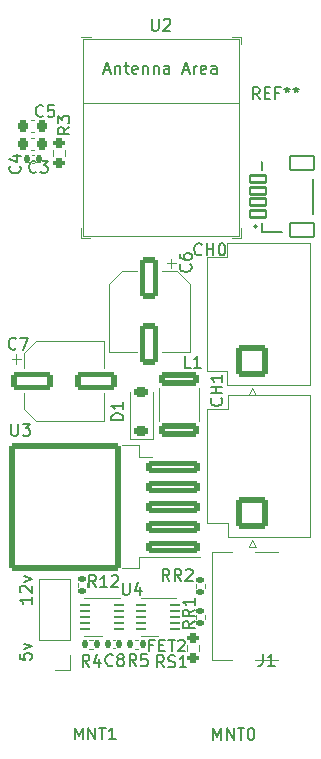
<source format=gto>
G04 #@! TF.GenerationSoftware,KiCad,Pcbnew,7.0.9+1*
G04 #@! TF.CreationDate,2024-01-15T22:22:16-05:00*
G04 #@! TF.ProjectId,2812-32-mini,32383132-2d33-4322-9d6d-696e692e6b69,rev?*
G04 #@! TF.SameCoordinates,Original*
G04 #@! TF.FileFunction,Legend,Top*
G04 #@! TF.FilePolarity,Positive*
%FSLAX46Y46*%
G04 Gerber Fmt 4.6, Leading zero omitted, Abs format (unit mm)*
G04 Created by KiCad (PCBNEW 7.0.9+1) date 2024-01-15 22:22:16*
%MOMM*%
%LPD*%
G01*
G04 APERTURE LIST*
G04 Aperture macros list*
%AMRoundRect*
0 Rectangle with rounded corners*
0 $1 Rounding radius*
0 $2 $3 $4 $5 $6 $7 $8 $9 X,Y pos of 4 corners*
0 Add a 4 corners polygon primitive as box body*
4,1,4,$2,$3,$4,$5,$6,$7,$8,$9,$2,$3,0*
0 Add four circle primitives for the rounded corners*
1,1,$1+$1,$2,$3*
1,1,$1+$1,$4,$5*
1,1,$1+$1,$6,$7*
1,1,$1+$1,$8,$9*
0 Add four rect primitives between the rounded corners*
20,1,$1+$1,$2,$3,$4,$5,0*
20,1,$1+$1,$4,$5,$6,$7,0*
20,1,$1+$1,$6,$7,$8,$9,0*
20,1,$1+$1,$8,$9,$2,$3,0*%
%AMFreePoly0*
4,1,6,0.725000,-0.725000,-0.725000,-0.725000,-0.725000,0.125000,-0.125000,0.725000,0.725000,0.725000,0.725000,-0.725000,0.725000,-0.725000,$1*%
G04 Aperture macros list end*
%ADD10C,0.150000*%
%ADD11C,0.120000*%
%ADD12C,0.203200*%
%ADD13RoundRect,0.135000X0.185000X-0.135000X0.185000X0.135000X-0.185000X0.135000X-0.185000X-0.135000X0*%
%ADD14RoundRect,0.250000X1.450000X-0.312500X1.450000X0.312500X-1.450000X0.312500X-1.450000X-0.312500X0*%
%ADD15C,5.000000*%
%ADD16R,0.800000X0.400000*%
%ADD17R,0.400000X0.800000*%
%ADD18FreePoly0,0.000000*%
%ADD19R,1.450000X1.450000*%
%ADD20R,0.700000X0.700000*%
%ADD21RoundRect,0.140000X0.140000X0.170000X-0.140000X0.170000X-0.140000X-0.170000X0.140000X-0.170000X0*%
%ADD22RoundRect,0.101600X0.675000X-0.300000X0.675000X0.300000X-0.675000X0.300000X-0.675000X-0.300000X0*%
%ADD23RoundRect,0.101600X1.000000X-0.600000X1.000000X0.600000X-1.000000X0.600000X-1.000000X-0.600000X0*%
%ADD24RoundRect,0.250000X2.050000X0.300000X-2.050000X0.300000X-2.050000X-0.300000X2.050000X-0.300000X0*%
%ADD25RoundRect,0.250002X4.449998X5.149998X-4.449998X5.149998X-4.449998X-5.149998X4.449998X-5.149998X0*%
%ADD26RoundRect,0.225000X0.225000X0.250000X-0.225000X0.250000X-0.225000X-0.250000X0.225000X-0.250000X0*%
%ADD27RoundRect,0.135000X-0.185000X0.135000X-0.185000X-0.135000X0.185000X-0.135000X0.185000X0.135000X0*%
%ADD28RoundRect,0.225000X0.375000X-0.225000X0.375000X0.225000X-0.375000X0.225000X-0.375000X-0.225000X0*%
%ADD29RoundRect,0.250001X1.099999X-1.099999X1.099999X1.099999X-1.099999X1.099999X-1.099999X-1.099999X0*%
%ADD30C,2.700000*%
%ADD31RoundRect,0.225000X-0.225000X-0.250000X0.225000X-0.250000X0.225000X0.250000X-0.225000X0.250000X0*%
%ADD32RoundRect,0.200000X0.275000X-0.200000X0.275000X0.200000X-0.275000X0.200000X-0.275000X-0.200000X0*%
%ADD33RoundRect,0.250000X-0.550000X1.500000X-0.550000X-1.500000X0.550000X-1.500000X0.550000X1.500000X0*%
%ADD34RoundRect,0.135000X0.135000X0.185000X-0.135000X0.185000X-0.135000X-0.185000X0.135000X-0.185000X0*%
%ADD35RoundRect,0.062500X0.350000X0.062500X-0.350000X0.062500X-0.350000X-0.062500X0.350000X-0.062500X0*%
%ADD36R,1.580000X2.350000*%
%ADD37C,0.650000*%
%ADD38R,1.240000X0.600000*%
%ADD39R,1.240000X0.300000*%
%ADD40O,2.100000X1.000000*%
%ADD41O,1.800000X1.000000*%
%ADD42RoundRect,0.250000X-1.500000X-0.550000X1.500000X-0.550000X1.500000X0.550000X-1.500000X0.550000X0*%
%ADD43RoundRect,0.062500X0.362500X0.062500X-0.362500X0.062500X-0.362500X-0.062500X0.362500X-0.062500X0*%
%ADD44R,1.650000X2.380000*%
%ADD45R,1.700000X1.700000*%
%ADD46O,1.700000X1.700000*%
%ADD47C,2.374900*%
%ADD48C,0.990600*%
G04 APERTURE END LIST*
D10*
X92854819Y-61866666D02*
X92378628Y-62199999D01*
X92854819Y-62438094D02*
X91854819Y-62438094D01*
X91854819Y-62438094D02*
X91854819Y-62057142D01*
X91854819Y-62057142D02*
X91902438Y-61961904D01*
X91902438Y-61961904D02*
X91950057Y-61914285D01*
X91950057Y-61914285D02*
X92045295Y-61866666D01*
X92045295Y-61866666D02*
X92188152Y-61866666D01*
X92188152Y-61866666D02*
X92283390Y-61914285D01*
X92283390Y-61914285D02*
X92331009Y-61961904D01*
X92331009Y-61961904D02*
X92378628Y-62057142D01*
X92378628Y-62057142D02*
X92378628Y-62438094D01*
X92854819Y-60866666D02*
X92378628Y-61199999D01*
X92854819Y-61438094D02*
X91854819Y-61438094D01*
X91854819Y-61438094D02*
X91854819Y-61057142D01*
X91854819Y-61057142D02*
X91902438Y-60961904D01*
X91902438Y-60961904D02*
X91950057Y-60914285D01*
X91950057Y-60914285D02*
X92045295Y-60866666D01*
X92045295Y-60866666D02*
X92188152Y-60866666D01*
X92188152Y-60866666D02*
X92283390Y-60914285D01*
X92283390Y-60914285D02*
X92331009Y-60961904D01*
X92331009Y-60961904D02*
X92378628Y-61057142D01*
X92378628Y-61057142D02*
X92378628Y-61438094D01*
X92854819Y-59914285D02*
X92854819Y-60485713D01*
X92854819Y-60199999D02*
X91854819Y-60199999D01*
X91854819Y-60199999D02*
X91997676Y-60295237D01*
X91997676Y-60295237D02*
X92092914Y-60390475D01*
X92092914Y-60390475D02*
X92140533Y-60485713D01*
X92533333Y-40404819D02*
X92057143Y-40404819D01*
X92057143Y-40404819D02*
X92057143Y-39404819D01*
X93390476Y-40404819D02*
X92819048Y-40404819D01*
X93104762Y-40404819D02*
X93104762Y-39404819D01*
X93104762Y-39404819D02*
X93009524Y-39547676D01*
X93009524Y-39547676D02*
X92914286Y-39642914D01*
X92914286Y-39642914D02*
X92819048Y-39690533D01*
X89238095Y-10854819D02*
X89238095Y-11664342D01*
X89238095Y-11664342D02*
X89285714Y-11759580D01*
X89285714Y-11759580D02*
X89333333Y-11807200D01*
X89333333Y-11807200D02*
X89428571Y-11854819D01*
X89428571Y-11854819D02*
X89619047Y-11854819D01*
X89619047Y-11854819D02*
X89714285Y-11807200D01*
X89714285Y-11807200D02*
X89761904Y-11759580D01*
X89761904Y-11759580D02*
X89809523Y-11664342D01*
X89809523Y-11664342D02*
X89809523Y-10854819D01*
X90238095Y-10950057D02*
X90285714Y-10902438D01*
X90285714Y-10902438D02*
X90380952Y-10854819D01*
X90380952Y-10854819D02*
X90619047Y-10854819D01*
X90619047Y-10854819D02*
X90714285Y-10902438D01*
X90714285Y-10902438D02*
X90761904Y-10950057D01*
X90761904Y-10950057D02*
X90809523Y-11045295D01*
X90809523Y-11045295D02*
X90809523Y-11140533D01*
X90809523Y-11140533D02*
X90761904Y-11283390D01*
X90761904Y-11283390D02*
X90190476Y-11854819D01*
X90190476Y-11854819D02*
X90809523Y-11854819D01*
X85238094Y-15219104D02*
X85714284Y-15219104D01*
X85142856Y-15504819D02*
X85476189Y-14504819D01*
X85476189Y-14504819D02*
X85809522Y-15504819D01*
X86142856Y-14838152D02*
X86142856Y-15504819D01*
X86142856Y-14933390D02*
X86190475Y-14885771D01*
X86190475Y-14885771D02*
X86285713Y-14838152D01*
X86285713Y-14838152D02*
X86428570Y-14838152D01*
X86428570Y-14838152D02*
X86523808Y-14885771D01*
X86523808Y-14885771D02*
X86571427Y-14981009D01*
X86571427Y-14981009D02*
X86571427Y-15504819D01*
X86904761Y-14838152D02*
X87285713Y-14838152D01*
X87047618Y-14504819D02*
X87047618Y-15361961D01*
X87047618Y-15361961D02*
X87095237Y-15457200D01*
X87095237Y-15457200D02*
X87190475Y-15504819D01*
X87190475Y-15504819D02*
X87285713Y-15504819D01*
X87999999Y-15457200D02*
X87904761Y-15504819D01*
X87904761Y-15504819D02*
X87714285Y-15504819D01*
X87714285Y-15504819D02*
X87619047Y-15457200D01*
X87619047Y-15457200D02*
X87571428Y-15361961D01*
X87571428Y-15361961D02*
X87571428Y-14981009D01*
X87571428Y-14981009D02*
X87619047Y-14885771D01*
X87619047Y-14885771D02*
X87714285Y-14838152D01*
X87714285Y-14838152D02*
X87904761Y-14838152D01*
X87904761Y-14838152D02*
X87999999Y-14885771D01*
X87999999Y-14885771D02*
X88047618Y-14981009D01*
X88047618Y-14981009D02*
X88047618Y-15076247D01*
X88047618Y-15076247D02*
X87571428Y-15171485D01*
X88476190Y-14838152D02*
X88476190Y-15504819D01*
X88476190Y-14933390D02*
X88523809Y-14885771D01*
X88523809Y-14885771D02*
X88619047Y-14838152D01*
X88619047Y-14838152D02*
X88761904Y-14838152D01*
X88761904Y-14838152D02*
X88857142Y-14885771D01*
X88857142Y-14885771D02*
X88904761Y-14981009D01*
X88904761Y-14981009D02*
X88904761Y-15504819D01*
X89380952Y-14838152D02*
X89380952Y-15504819D01*
X89380952Y-14933390D02*
X89428571Y-14885771D01*
X89428571Y-14885771D02*
X89523809Y-14838152D01*
X89523809Y-14838152D02*
X89666666Y-14838152D01*
X89666666Y-14838152D02*
X89761904Y-14885771D01*
X89761904Y-14885771D02*
X89809523Y-14981009D01*
X89809523Y-14981009D02*
X89809523Y-15504819D01*
X90714285Y-15504819D02*
X90714285Y-14981009D01*
X90714285Y-14981009D02*
X90666666Y-14885771D01*
X90666666Y-14885771D02*
X90571428Y-14838152D01*
X90571428Y-14838152D02*
X90380952Y-14838152D01*
X90380952Y-14838152D02*
X90285714Y-14885771D01*
X90714285Y-15457200D02*
X90619047Y-15504819D01*
X90619047Y-15504819D02*
X90380952Y-15504819D01*
X90380952Y-15504819D02*
X90285714Y-15457200D01*
X90285714Y-15457200D02*
X90238095Y-15361961D01*
X90238095Y-15361961D02*
X90238095Y-15266723D01*
X90238095Y-15266723D02*
X90285714Y-15171485D01*
X90285714Y-15171485D02*
X90380952Y-15123866D01*
X90380952Y-15123866D02*
X90619047Y-15123866D01*
X90619047Y-15123866D02*
X90714285Y-15076247D01*
X91904762Y-15219104D02*
X92380952Y-15219104D01*
X91809524Y-15504819D02*
X92142857Y-14504819D01*
X92142857Y-14504819D02*
X92476190Y-15504819D01*
X92809524Y-15504819D02*
X92809524Y-14838152D01*
X92809524Y-15028628D02*
X92857143Y-14933390D01*
X92857143Y-14933390D02*
X92904762Y-14885771D01*
X92904762Y-14885771D02*
X93000000Y-14838152D01*
X93000000Y-14838152D02*
X93095238Y-14838152D01*
X93809524Y-15457200D02*
X93714286Y-15504819D01*
X93714286Y-15504819D02*
X93523810Y-15504819D01*
X93523810Y-15504819D02*
X93428572Y-15457200D01*
X93428572Y-15457200D02*
X93380953Y-15361961D01*
X93380953Y-15361961D02*
X93380953Y-14981009D01*
X93380953Y-14981009D02*
X93428572Y-14885771D01*
X93428572Y-14885771D02*
X93523810Y-14838152D01*
X93523810Y-14838152D02*
X93714286Y-14838152D01*
X93714286Y-14838152D02*
X93809524Y-14885771D01*
X93809524Y-14885771D02*
X93857143Y-14981009D01*
X93857143Y-14981009D02*
X93857143Y-15076247D01*
X93857143Y-15076247D02*
X93380953Y-15171485D01*
X94714286Y-15504819D02*
X94714286Y-14981009D01*
X94714286Y-14981009D02*
X94666667Y-14885771D01*
X94666667Y-14885771D02*
X94571429Y-14838152D01*
X94571429Y-14838152D02*
X94380953Y-14838152D01*
X94380953Y-14838152D02*
X94285715Y-14885771D01*
X94714286Y-15457200D02*
X94619048Y-15504819D01*
X94619048Y-15504819D02*
X94380953Y-15504819D01*
X94380953Y-15504819D02*
X94285715Y-15457200D01*
X94285715Y-15457200D02*
X94238096Y-15361961D01*
X94238096Y-15361961D02*
X94238096Y-15266723D01*
X94238096Y-15266723D02*
X94285715Y-15171485D01*
X94285715Y-15171485D02*
X94380953Y-15123866D01*
X94380953Y-15123866D02*
X94619048Y-15123866D01*
X94619048Y-15123866D02*
X94714286Y-15076247D01*
X79453333Y-23789580D02*
X79405714Y-23837200D01*
X79405714Y-23837200D02*
X79262857Y-23884819D01*
X79262857Y-23884819D02*
X79167619Y-23884819D01*
X79167619Y-23884819D02*
X79024762Y-23837200D01*
X79024762Y-23837200D02*
X78929524Y-23741961D01*
X78929524Y-23741961D02*
X78881905Y-23646723D01*
X78881905Y-23646723D02*
X78834286Y-23456247D01*
X78834286Y-23456247D02*
X78834286Y-23313390D01*
X78834286Y-23313390D02*
X78881905Y-23122914D01*
X78881905Y-23122914D02*
X78929524Y-23027676D01*
X78929524Y-23027676D02*
X79024762Y-22932438D01*
X79024762Y-22932438D02*
X79167619Y-22884819D01*
X79167619Y-22884819D02*
X79262857Y-22884819D01*
X79262857Y-22884819D02*
X79405714Y-22932438D01*
X79405714Y-22932438D02*
X79453333Y-22980057D01*
X79786667Y-22884819D02*
X80405714Y-22884819D01*
X80405714Y-22884819D02*
X80072381Y-23265771D01*
X80072381Y-23265771D02*
X80215238Y-23265771D01*
X80215238Y-23265771D02*
X80310476Y-23313390D01*
X80310476Y-23313390D02*
X80358095Y-23361009D01*
X80358095Y-23361009D02*
X80405714Y-23456247D01*
X80405714Y-23456247D02*
X80405714Y-23694342D01*
X80405714Y-23694342D02*
X80358095Y-23789580D01*
X80358095Y-23789580D02*
X80310476Y-23837200D01*
X80310476Y-23837200D02*
X80215238Y-23884819D01*
X80215238Y-23884819D02*
X79929524Y-23884819D01*
X79929524Y-23884819D02*
X79834286Y-23837200D01*
X79834286Y-23837200D02*
X79786667Y-23789580D01*
X98366666Y-17654819D02*
X98033333Y-17178628D01*
X97795238Y-17654819D02*
X97795238Y-16654819D01*
X97795238Y-16654819D02*
X98176190Y-16654819D01*
X98176190Y-16654819D02*
X98271428Y-16702438D01*
X98271428Y-16702438D02*
X98319047Y-16750057D01*
X98319047Y-16750057D02*
X98366666Y-16845295D01*
X98366666Y-16845295D02*
X98366666Y-16988152D01*
X98366666Y-16988152D02*
X98319047Y-17083390D01*
X98319047Y-17083390D02*
X98271428Y-17131009D01*
X98271428Y-17131009D02*
X98176190Y-17178628D01*
X98176190Y-17178628D02*
X97795238Y-17178628D01*
X98795238Y-17131009D02*
X99128571Y-17131009D01*
X99271428Y-17654819D02*
X98795238Y-17654819D01*
X98795238Y-17654819D02*
X98795238Y-16654819D01*
X98795238Y-16654819D02*
X99271428Y-16654819D01*
X100033333Y-17131009D02*
X99700000Y-17131009D01*
X99700000Y-17654819D02*
X99700000Y-16654819D01*
X99700000Y-16654819D02*
X100176190Y-16654819D01*
X100700000Y-16654819D02*
X100700000Y-16892914D01*
X100461905Y-16797676D02*
X100700000Y-16892914D01*
X100700000Y-16892914D02*
X100938095Y-16797676D01*
X100557143Y-17083390D02*
X100700000Y-16892914D01*
X100700000Y-16892914D02*
X100842857Y-17083390D01*
X101461905Y-16654819D02*
X101461905Y-16892914D01*
X101223810Y-16797676D02*
X101461905Y-16892914D01*
X101461905Y-16892914D02*
X101700000Y-16797676D01*
X101319048Y-17083390D02*
X101461905Y-16892914D01*
X101461905Y-16892914D02*
X101604762Y-17083390D01*
X82705714Y-71854819D02*
X82705714Y-70854819D01*
X82705714Y-70854819D02*
X83039047Y-71569104D01*
X83039047Y-71569104D02*
X83372380Y-70854819D01*
X83372380Y-70854819D02*
X83372380Y-71854819D01*
X83848571Y-71854819D02*
X83848571Y-70854819D01*
X83848571Y-70854819D02*
X84419999Y-71854819D01*
X84419999Y-71854819D02*
X84419999Y-70854819D01*
X84753333Y-70854819D02*
X85324761Y-70854819D01*
X85039047Y-71854819D02*
X85039047Y-70854819D01*
X86181904Y-71854819D02*
X85610476Y-71854819D01*
X85896190Y-71854819D02*
X85896190Y-70854819D01*
X85896190Y-70854819D02*
X85800952Y-70997676D01*
X85800952Y-70997676D02*
X85705714Y-71092914D01*
X85705714Y-71092914D02*
X85610476Y-71140533D01*
X77338095Y-45154819D02*
X77338095Y-45964342D01*
X77338095Y-45964342D02*
X77385714Y-46059580D01*
X77385714Y-46059580D02*
X77433333Y-46107200D01*
X77433333Y-46107200D02*
X77528571Y-46154819D01*
X77528571Y-46154819D02*
X77719047Y-46154819D01*
X77719047Y-46154819D02*
X77814285Y-46107200D01*
X77814285Y-46107200D02*
X77861904Y-46059580D01*
X77861904Y-46059580D02*
X77909523Y-45964342D01*
X77909523Y-45964342D02*
X77909523Y-45154819D01*
X78290476Y-45154819D02*
X78909523Y-45154819D01*
X78909523Y-45154819D02*
X78576190Y-45535771D01*
X78576190Y-45535771D02*
X78719047Y-45535771D01*
X78719047Y-45535771D02*
X78814285Y-45583390D01*
X78814285Y-45583390D02*
X78861904Y-45631009D01*
X78861904Y-45631009D02*
X78909523Y-45726247D01*
X78909523Y-45726247D02*
X78909523Y-45964342D01*
X78909523Y-45964342D02*
X78861904Y-46059580D01*
X78861904Y-46059580D02*
X78814285Y-46107200D01*
X78814285Y-46107200D02*
X78719047Y-46154819D01*
X78719047Y-46154819D02*
X78433333Y-46154819D01*
X78433333Y-46154819D02*
X78338095Y-46107200D01*
X78338095Y-46107200D02*
X78290476Y-46059580D01*
X78059580Y-23316666D02*
X78107200Y-23364285D01*
X78107200Y-23364285D02*
X78154819Y-23507142D01*
X78154819Y-23507142D02*
X78154819Y-23602380D01*
X78154819Y-23602380D02*
X78107200Y-23745237D01*
X78107200Y-23745237D02*
X78011961Y-23840475D01*
X78011961Y-23840475D02*
X77916723Y-23888094D01*
X77916723Y-23888094D02*
X77726247Y-23935713D01*
X77726247Y-23935713D02*
X77583390Y-23935713D01*
X77583390Y-23935713D02*
X77392914Y-23888094D01*
X77392914Y-23888094D02*
X77297676Y-23840475D01*
X77297676Y-23840475D02*
X77202438Y-23745237D01*
X77202438Y-23745237D02*
X77154819Y-23602380D01*
X77154819Y-23602380D02*
X77154819Y-23507142D01*
X77154819Y-23507142D02*
X77202438Y-23364285D01*
X77202438Y-23364285D02*
X77250057Y-23316666D01*
X77488152Y-22459523D02*
X78154819Y-22459523D01*
X77107200Y-22697618D02*
X77821485Y-22935713D01*
X77821485Y-22935713D02*
X77821485Y-22316666D01*
X84507142Y-58954819D02*
X84173809Y-58478628D01*
X83935714Y-58954819D02*
X83935714Y-57954819D01*
X83935714Y-57954819D02*
X84316666Y-57954819D01*
X84316666Y-57954819D02*
X84411904Y-58002438D01*
X84411904Y-58002438D02*
X84459523Y-58050057D01*
X84459523Y-58050057D02*
X84507142Y-58145295D01*
X84507142Y-58145295D02*
X84507142Y-58288152D01*
X84507142Y-58288152D02*
X84459523Y-58383390D01*
X84459523Y-58383390D02*
X84411904Y-58431009D01*
X84411904Y-58431009D02*
X84316666Y-58478628D01*
X84316666Y-58478628D02*
X83935714Y-58478628D01*
X85459523Y-58954819D02*
X84888095Y-58954819D01*
X85173809Y-58954819D02*
X85173809Y-57954819D01*
X85173809Y-57954819D02*
X85078571Y-58097676D01*
X85078571Y-58097676D02*
X84983333Y-58192914D01*
X84983333Y-58192914D02*
X84888095Y-58240533D01*
X85840476Y-58050057D02*
X85888095Y-58002438D01*
X85888095Y-58002438D02*
X85983333Y-57954819D01*
X85983333Y-57954819D02*
X86221428Y-57954819D01*
X86221428Y-57954819D02*
X86316666Y-58002438D01*
X86316666Y-58002438D02*
X86364285Y-58050057D01*
X86364285Y-58050057D02*
X86411904Y-58145295D01*
X86411904Y-58145295D02*
X86411904Y-58240533D01*
X86411904Y-58240533D02*
X86364285Y-58383390D01*
X86364285Y-58383390D02*
X85792857Y-58954819D01*
X85792857Y-58954819D02*
X86411904Y-58954819D01*
X86814819Y-44838094D02*
X85814819Y-44838094D01*
X85814819Y-44838094D02*
X85814819Y-44599999D01*
X85814819Y-44599999D02*
X85862438Y-44457142D01*
X85862438Y-44457142D02*
X85957676Y-44361904D01*
X85957676Y-44361904D02*
X86052914Y-44314285D01*
X86052914Y-44314285D02*
X86243390Y-44266666D01*
X86243390Y-44266666D02*
X86386247Y-44266666D01*
X86386247Y-44266666D02*
X86576723Y-44314285D01*
X86576723Y-44314285D02*
X86671961Y-44361904D01*
X86671961Y-44361904D02*
X86767200Y-44457142D01*
X86767200Y-44457142D02*
X86814819Y-44599999D01*
X86814819Y-44599999D02*
X86814819Y-44838094D01*
X86814819Y-43314285D02*
X86814819Y-43885713D01*
X86814819Y-43599999D02*
X85814819Y-43599999D01*
X85814819Y-43599999D02*
X85957676Y-43695237D01*
X85957676Y-43695237D02*
X86052914Y-43790475D01*
X86052914Y-43790475D02*
X86100533Y-43885713D01*
X93459523Y-30769580D02*
X93411904Y-30817200D01*
X93411904Y-30817200D02*
X93269047Y-30864819D01*
X93269047Y-30864819D02*
X93173809Y-30864819D01*
X93173809Y-30864819D02*
X93030952Y-30817200D01*
X93030952Y-30817200D02*
X92935714Y-30721961D01*
X92935714Y-30721961D02*
X92888095Y-30626723D01*
X92888095Y-30626723D02*
X92840476Y-30436247D01*
X92840476Y-30436247D02*
X92840476Y-30293390D01*
X92840476Y-30293390D02*
X92888095Y-30102914D01*
X92888095Y-30102914D02*
X92935714Y-30007676D01*
X92935714Y-30007676D02*
X93030952Y-29912438D01*
X93030952Y-29912438D02*
X93173809Y-29864819D01*
X93173809Y-29864819D02*
X93269047Y-29864819D01*
X93269047Y-29864819D02*
X93411904Y-29912438D01*
X93411904Y-29912438D02*
X93459523Y-29960057D01*
X93888095Y-30864819D02*
X93888095Y-29864819D01*
X93888095Y-30341009D02*
X94459523Y-30341009D01*
X94459523Y-30864819D02*
X94459523Y-29864819D01*
X95126190Y-29864819D02*
X95221428Y-29864819D01*
X95221428Y-29864819D02*
X95316666Y-29912438D01*
X95316666Y-29912438D02*
X95364285Y-29960057D01*
X95364285Y-29960057D02*
X95411904Y-30055295D01*
X95411904Y-30055295D02*
X95459523Y-30245771D01*
X95459523Y-30245771D02*
X95459523Y-30483866D01*
X95459523Y-30483866D02*
X95411904Y-30674342D01*
X95411904Y-30674342D02*
X95364285Y-30769580D01*
X95364285Y-30769580D02*
X95316666Y-30817200D01*
X95316666Y-30817200D02*
X95221428Y-30864819D01*
X95221428Y-30864819D02*
X95126190Y-30864819D01*
X95126190Y-30864819D02*
X95030952Y-30817200D01*
X95030952Y-30817200D02*
X94983333Y-30769580D01*
X94983333Y-30769580D02*
X94935714Y-30674342D01*
X94935714Y-30674342D02*
X94888095Y-30483866D01*
X94888095Y-30483866D02*
X94888095Y-30245771D01*
X94888095Y-30245771D02*
X94935714Y-30055295D01*
X94935714Y-30055295D02*
X94983333Y-29960057D01*
X94983333Y-29960057D02*
X95030952Y-29912438D01*
X95030952Y-29912438D02*
X95126190Y-29864819D01*
X80033333Y-19059580D02*
X79985714Y-19107200D01*
X79985714Y-19107200D02*
X79842857Y-19154819D01*
X79842857Y-19154819D02*
X79747619Y-19154819D01*
X79747619Y-19154819D02*
X79604762Y-19107200D01*
X79604762Y-19107200D02*
X79509524Y-19011961D01*
X79509524Y-19011961D02*
X79461905Y-18916723D01*
X79461905Y-18916723D02*
X79414286Y-18726247D01*
X79414286Y-18726247D02*
X79414286Y-18583390D01*
X79414286Y-18583390D02*
X79461905Y-18392914D01*
X79461905Y-18392914D02*
X79509524Y-18297676D01*
X79509524Y-18297676D02*
X79604762Y-18202438D01*
X79604762Y-18202438D02*
X79747619Y-18154819D01*
X79747619Y-18154819D02*
X79842857Y-18154819D01*
X79842857Y-18154819D02*
X79985714Y-18202438D01*
X79985714Y-18202438D02*
X80033333Y-18250057D01*
X80938095Y-18154819D02*
X80461905Y-18154819D01*
X80461905Y-18154819D02*
X80414286Y-18631009D01*
X80414286Y-18631009D02*
X80461905Y-18583390D01*
X80461905Y-18583390D02*
X80557143Y-18535771D01*
X80557143Y-18535771D02*
X80795238Y-18535771D01*
X80795238Y-18535771D02*
X80890476Y-18583390D01*
X80890476Y-18583390D02*
X80938095Y-18631009D01*
X80938095Y-18631009D02*
X80985714Y-18726247D01*
X80985714Y-18726247D02*
X80985714Y-18964342D01*
X80985714Y-18964342D02*
X80938095Y-19059580D01*
X80938095Y-19059580D02*
X80890476Y-19107200D01*
X80890476Y-19107200D02*
X80795238Y-19154819D01*
X80795238Y-19154819D02*
X80557143Y-19154819D01*
X80557143Y-19154819D02*
X80461905Y-19107200D01*
X80461905Y-19107200D02*
X80414286Y-19059580D01*
X90257142Y-65754819D02*
X89923809Y-65278628D01*
X89685714Y-65754819D02*
X89685714Y-64754819D01*
X89685714Y-64754819D02*
X90066666Y-64754819D01*
X90066666Y-64754819D02*
X90161904Y-64802438D01*
X90161904Y-64802438D02*
X90209523Y-64850057D01*
X90209523Y-64850057D02*
X90257142Y-64945295D01*
X90257142Y-64945295D02*
X90257142Y-65088152D01*
X90257142Y-65088152D02*
X90209523Y-65183390D01*
X90209523Y-65183390D02*
X90161904Y-65231009D01*
X90161904Y-65231009D02*
X90066666Y-65278628D01*
X90066666Y-65278628D02*
X89685714Y-65278628D01*
X90638095Y-65707200D02*
X90780952Y-65754819D01*
X90780952Y-65754819D02*
X91019047Y-65754819D01*
X91019047Y-65754819D02*
X91114285Y-65707200D01*
X91114285Y-65707200D02*
X91161904Y-65659580D01*
X91161904Y-65659580D02*
X91209523Y-65564342D01*
X91209523Y-65564342D02*
X91209523Y-65469104D01*
X91209523Y-65469104D02*
X91161904Y-65373866D01*
X91161904Y-65373866D02*
X91114285Y-65326247D01*
X91114285Y-65326247D02*
X91019047Y-65278628D01*
X91019047Y-65278628D02*
X90828571Y-65231009D01*
X90828571Y-65231009D02*
X90733333Y-65183390D01*
X90733333Y-65183390D02*
X90685714Y-65135771D01*
X90685714Y-65135771D02*
X90638095Y-65040533D01*
X90638095Y-65040533D02*
X90638095Y-64945295D01*
X90638095Y-64945295D02*
X90685714Y-64850057D01*
X90685714Y-64850057D02*
X90733333Y-64802438D01*
X90733333Y-64802438D02*
X90828571Y-64754819D01*
X90828571Y-64754819D02*
X91066666Y-64754819D01*
X91066666Y-64754819D02*
X91209523Y-64802438D01*
X92161904Y-65754819D02*
X91590476Y-65754819D01*
X91876190Y-65754819D02*
X91876190Y-64754819D01*
X91876190Y-64754819D02*
X91780952Y-64897676D01*
X91780952Y-64897676D02*
X91685714Y-64992914D01*
X91685714Y-64992914D02*
X91590476Y-65040533D01*
X90733333Y-58454819D02*
X90400000Y-57978628D01*
X90161905Y-58454819D02*
X90161905Y-57454819D01*
X90161905Y-57454819D02*
X90542857Y-57454819D01*
X90542857Y-57454819D02*
X90638095Y-57502438D01*
X90638095Y-57502438D02*
X90685714Y-57550057D01*
X90685714Y-57550057D02*
X90733333Y-57645295D01*
X90733333Y-57645295D02*
X90733333Y-57788152D01*
X90733333Y-57788152D02*
X90685714Y-57883390D01*
X90685714Y-57883390D02*
X90638095Y-57931009D01*
X90638095Y-57931009D02*
X90542857Y-57978628D01*
X90542857Y-57978628D02*
X90161905Y-57978628D01*
X91733333Y-58454819D02*
X91400000Y-57978628D01*
X91161905Y-58454819D02*
X91161905Y-57454819D01*
X91161905Y-57454819D02*
X91542857Y-57454819D01*
X91542857Y-57454819D02*
X91638095Y-57502438D01*
X91638095Y-57502438D02*
X91685714Y-57550057D01*
X91685714Y-57550057D02*
X91733333Y-57645295D01*
X91733333Y-57645295D02*
X91733333Y-57788152D01*
X91733333Y-57788152D02*
X91685714Y-57883390D01*
X91685714Y-57883390D02*
X91638095Y-57931009D01*
X91638095Y-57931009D02*
X91542857Y-57978628D01*
X91542857Y-57978628D02*
X91161905Y-57978628D01*
X92114286Y-57550057D02*
X92161905Y-57502438D01*
X92161905Y-57502438D02*
X92257143Y-57454819D01*
X92257143Y-57454819D02*
X92495238Y-57454819D01*
X92495238Y-57454819D02*
X92590476Y-57502438D01*
X92590476Y-57502438D02*
X92638095Y-57550057D01*
X92638095Y-57550057D02*
X92685714Y-57645295D01*
X92685714Y-57645295D02*
X92685714Y-57740533D01*
X92685714Y-57740533D02*
X92638095Y-57883390D01*
X92638095Y-57883390D02*
X92066667Y-58454819D01*
X92066667Y-58454819D02*
X92685714Y-58454819D01*
X92509580Y-31641666D02*
X92557200Y-31689285D01*
X92557200Y-31689285D02*
X92604819Y-31832142D01*
X92604819Y-31832142D02*
X92604819Y-31927380D01*
X92604819Y-31927380D02*
X92557200Y-32070237D01*
X92557200Y-32070237D02*
X92461961Y-32165475D01*
X92461961Y-32165475D02*
X92366723Y-32213094D01*
X92366723Y-32213094D02*
X92176247Y-32260713D01*
X92176247Y-32260713D02*
X92033390Y-32260713D01*
X92033390Y-32260713D02*
X91842914Y-32213094D01*
X91842914Y-32213094D02*
X91747676Y-32165475D01*
X91747676Y-32165475D02*
X91652438Y-32070237D01*
X91652438Y-32070237D02*
X91604819Y-31927380D01*
X91604819Y-31927380D02*
X91604819Y-31832142D01*
X91604819Y-31832142D02*
X91652438Y-31689285D01*
X91652438Y-31689285D02*
X91700057Y-31641666D01*
X91604819Y-30784523D02*
X91604819Y-30974999D01*
X91604819Y-30974999D02*
X91652438Y-31070237D01*
X91652438Y-31070237D02*
X91700057Y-31117856D01*
X91700057Y-31117856D02*
X91842914Y-31213094D01*
X91842914Y-31213094D02*
X92033390Y-31260713D01*
X92033390Y-31260713D02*
X92414342Y-31260713D01*
X92414342Y-31260713D02*
X92509580Y-31213094D01*
X92509580Y-31213094D02*
X92557200Y-31165475D01*
X92557200Y-31165475D02*
X92604819Y-31070237D01*
X92604819Y-31070237D02*
X92604819Y-30879761D01*
X92604819Y-30879761D02*
X92557200Y-30784523D01*
X92557200Y-30784523D02*
X92509580Y-30736904D01*
X92509580Y-30736904D02*
X92414342Y-30689285D01*
X92414342Y-30689285D02*
X92176247Y-30689285D01*
X92176247Y-30689285D02*
X92081009Y-30736904D01*
X92081009Y-30736904D02*
X92033390Y-30784523D01*
X92033390Y-30784523D02*
X91985771Y-30879761D01*
X91985771Y-30879761D02*
X91985771Y-31070237D01*
X91985771Y-31070237D02*
X92033390Y-31165475D01*
X92033390Y-31165475D02*
X92081009Y-31213094D01*
X92081009Y-31213094D02*
X92176247Y-31260713D01*
X87933333Y-65654819D02*
X87600000Y-65178628D01*
X87361905Y-65654819D02*
X87361905Y-64654819D01*
X87361905Y-64654819D02*
X87742857Y-64654819D01*
X87742857Y-64654819D02*
X87838095Y-64702438D01*
X87838095Y-64702438D02*
X87885714Y-64750057D01*
X87885714Y-64750057D02*
X87933333Y-64845295D01*
X87933333Y-64845295D02*
X87933333Y-64988152D01*
X87933333Y-64988152D02*
X87885714Y-65083390D01*
X87885714Y-65083390D02*
X87838095Y-65131009D01*
X87838095Y-65131009D02*
X87742857Y-65178628D01*
X87742857Y-65178628D02*
X87361905Y-65178628D01*
X88838095Y-64654819D02*
X88361905Y-64654819D01*
X88361905Y-64654819D02*
X88314286Y-65131009D01*
X88314286Y-65131009D02*
X88361905Y-65083390D01*
X88361905Y-65083390D02*
X88457143Y-65035771D01*
X88457143Y-65035771D02*
X88695238Y-65035771D01*
X88695238Y-65035771D02*
X88790476Y-65083390D01*
X88790476Y-65083390D02*
X88838095Y-65131009D01*
X88838095Y-65131009D02*
X88885714Y-65226247D01*
X88885714Y-65226247D02*
X88885714Y-65464342D01*
X88885714Y-65464342D02*
X88838095Y-65559580D01*
X88838095Y-65559580D02*
X88790476Y-65607200D01*
X88790476Y-65607200D02*
X88695238Y-65654819D01*
X88695238Y-65654819D02*
X88457143Y-65654819D01*
X88457143Y-65654819D02*
X88361905Y-65607200D01*
X88361905Y-65607200D02*
X88314286Y-65559580D01*
X95119580Y-42990476D02*
X95167200Y-43038095D01*
X95167200Y-43038095D02*
X95214819Y-43180952D01*
X95214819Y-43180952D02*
X95214819Y-43276190D01*
X95214819Y-43276190D02*
X95167200Y-43419047D01*
X95167200Y-43419047D02*
X95071961Y-43514285D01*
X95071961Y-43514285D02*
X94976723Y-43561904D01*
X94976723Y-43561904D02*
X94786247Y-43609523D01*
X94786247Y-43609523D02*
X94643390Y-43609523D01*
X94643390Y-43609523D02*
X94452914Y-43561904D01*
X94452914Y-43561904D02*
X94357676Y-43514285D01*
X94357676Y-43514285D02*
X94262438Y-43419047D01*
X94262438Y-43419047D02*
X94214819Y-43276190D01*
X94214819Y-43276190D02*
X94214819Y-43180952D01*
X94214819Y-43180952D02*
X94262438Y-43038095D01*
X94262438Y-43038095D02*
X94310057Y-42990476D01*
X95214819Y-42561904D02*
X94214819Y-42561904D01*
X94691009Y-42561904D02*
X94691009Y-41990476D01*
X95214819Y-41990476D02*
X94214819Y-41990476D01*
X95214819Y-40990476D02*
X95214819Y-41561904D01*
X95214819Y-41276190D02*
X94214819Y-41276190D01*
X94214819Y-41276190D02*
X94357676Y-41371428D01*
X94357676Y-41371428D02*
X94452914Y-41466666D01*
X94452914Y-41466666D02*
X94500533Y-41561904D01*
X89333333Y-63881009D02*
X89000000Y-63881009D01*
X89000000Y-64404819D02*
X89000000Y-63404819D01*
X89000000Y-63404819D02*
X89476190Y-63404819D01*
X89857143Y-63881009D02*
X90190476Y-63881009D01*
X90333333Y-64404819D02*
X89857143Y-64404819D01*
X89857143Y-64404819D02*
X89857143Y-63404819D01*
X89857143Y-63404819D02*
X90333333Y-63404819D01*
X90619048Y-63404819D02*
X91190476Y-63404819D01*
X90904762Y-64404819D02*
X90904762Y-63404819D01*
X91476191Y-63500057D02*
X91523810Y-63452438D01*
X91523810Y-63452438D02*
X91619048Y-63404819D01*
X91619048Y-63404819D02*
X91857143Y-63404819D01*
X91857143Y-63404819D02*
X91952381Y-63452438D01*
X91952381Y-63452438D02*
X92000000Y-63500057D01*
X92000000Y-63500057D02*
X92047619Y-63595295D01*
X92047619Y-63595295D02*
X92047619Y-63690533D01*
X92047619Y-63690533D02*
X92000000Y-63833390D01*
X92000000Y-63833390D02*
X91428572Y-64404819D01*
X91428572Y-64404819D02*
X92047619Y-64404819D01*
X85933333Y-65559580D02*
X85885714Y-65607200D01*
X85885714Y-65607200D02*
X85742857Y-65654819D01*
X85742857Y-65654819D02*
X85647619Y-65654819D01*
X85647619Y-65654819D02*
X85504762Y-65607200D01*
X85504762Y-65607200D02*
X85409524Y-65511961D01*
X85409524Y-65511961D02*
X85361905Y-65416723D01*
X85361905Y-65416723D02*
X85314286Y-65226247D01*
X85314286Y-65226247D02*
X85314286Y-65083390D01*
X85314286Y-65083390D02*
X85361905Y-64892914D01*
X85361905Y-64892914D02*
X85409524Y-64797676D01*
X85409524Y-64797676D02*
X85504762Y-64702438D01*
X85504762Y-64702438D02*
X85647619Y-64654819D01*
X85647619Y-64654819D02*
X85742857Y-64654819D01*
X85742857Y-64654819D02*
X85885714Y-64702438D01*
X85885714Y-64702438D02*
X85933333Y-64750057D01*
X86504762Y-65083390D02*
X86409524Y-65035771D01*
X86409524Y-65035771D02*
X86361905Y-64988152D01*
X86361905Y-64988152D02*
X86314286Y-64892914D01*
X86314286Y-64892914D02*
X86314286Y-64845295D01*
X86314286Y-64845295D02*
X86361905Y-64750057D01*
X86361905Y-64750057D02*
X86409524Y-64702438D01*
X86409524Y-64702438D02*
X86504762Y-64654819D01*
X86504762Y-64654819D02*
X86695238Y-64654819D01*
X86695238Y-64654819D02*
X86790476Y-64702438D01*
X86790476Y-64702438D02*
X86838095Y-64750057D01*
X86838095Y-64750057D02*
X86885714Y-64845295D01*
X86885714Y-64845295D02*
X86885714Y-64892914D01*
X86885714Y-64892914D02*
X86838095Y-64988152D01*
X86838095Y-64988152D02*
X86790476Y-65035771D01*
X86790476Y-65035771D02*
X86695238Y-65083390D01*
X86695238Y-65083390D02*
X86504762Y-65083390D01*
X86504762Y-65083390D02*
X86409524Y-65131009D01*
X86409524Y-65131009D02*
X86361905Y-65178628D01*
X86361905Y-65178628D02*
X86314286Y-65273866D01*
X86314286Y-65273866D02*
X86314286Y-65464342D01*
X86314286Y-65464342D02*
X86361905Y-65559580D01*
X86361905Y-65559580D02*
X86409524Y-65607200D01*
X86409524Y-65607200D02*
X86504762Y-65654819D01*
X86504762Y-65654819D02*
X86695238Y-65654819D01*
X86695238Y-65654819D02*
X86790476Y-65607200D01*
X86790476Y-65607200D02*
X86838095Y-65559580D01*
X86838095Y-65559580D02*
X86885714Y-65464342D01*
X86885714Y-65464342D02*
X86885714Y-65273866D01*
X86885714Y-65273866D02*
X86838095Y-65178628D01*
X86838095Y-65178628D02*
X86790476Y-65131009D01*
X86790476Y-65131009D02*
X86695238Y-65083390D01*
X98641666Y-64634819D02*
X98641666Y-65349104D01*
X98641666Y-65349104D02*
X98594047Y-65491961D01*
X98594047Y-65491961D02*
X98498809Y-65587200D01*
X98498809Y-65587200D02*
X98355952Y-65634819D01*
X98355952Y-65634819D02*
X98260714Y-65634819D01*
X99641666Y-65634819D02*
X99070238Y-65634819D01*
X99355952Y-65634819D02*
X99355952Y-64634819D01*
X99355952Y-64634819D02*
X99260714Y-64777676D01*
X99260714Y-64777676D02*
X99165476Y-64872914D01*
X99165476Y-64872914D02*
X99070238Y-64920533D01*
X82254819Y-20016666D02*
X81778628Y-20349999D01*
X82254819Y-20588094D02*
X81254819Y-20588094D01*
X81254819Y-20588094D02*
X81254819Y-20207142D01*
X81254819Y-20207142D02*
X81302438Y-20111904D01*
X81302438Y-20111904D02*
X81350057Y-20064285D01*
X81350057Y-20064285D02*
X81445295Y-20016666D01*
X81445295Y-20016666D02*
X81588152Y-20016666D01*
X81588152Y-20016666D02*
X81683390Y-20064285D01*
X81683390Y-20064285D02*
X81731009Y-20111904D01*
X81731009Y-20111904D02*
X81778628Y-20207142D01*
X81778628Y-20207142D02*
X81778628Y-20588094D01*
X81254819Y-19683332D02*
X81254819Y-19064285D01*
X81254819Y-19064285D02*
X81635771Y-19397618D01*
X81635771Y-19397618D02*
X81635771Y-19254761D01*
X81635771Y-19254761D02*
X81683390Y-19159523D01*
X81683390Y-19159523D02*
X81731009Y-19111904D01*
X81731009Y-19111904D02*
X81826247Y-19064285D01*
X81826247Y-19064285D02*
X82064342Y-19064285D01*
X82064342Y-19064285D02*
X82159580Y-19111904D01*
X82159580Y-19111904D02*
X82207200Y-19159523D01*
X82207200Y-19159523D02*
X82254819Y-19254761D01*
X82254819Y-19254761D02*
X82254819Y-19540475D01*
X82254819Y-19540475D02*
X82207200Y-19635713D01*
X82207200Y-19635713D02*
X82159580Y-19683332D01*
X94445714Y-71914819D02*
X94445714Y-70914819D01*
X94445714Y-70914819D02*
X94779047Y-71629104D01*
X94779047Y-71629104D02*
X95112380Y-70914819D01*
X95112380Y-70914819D02*
X95112380Y-71914819D01*
X95588571Y-71914819D02*
X95588571Y-70914819D01*
X95588571Y-70914819D02*
X96159999Y-71914819D01*
X96159999Y-71914819D02*
X96159999Y-70914819D01*
X96493333Y-70914819D02*
X97064761Y-70914819D01*
X96779047Y-71914819D02*
X96779047Y-70914819D01*
X97588571Y-70914819D02*
X97683809Y-70914819D01*
X97683809Y-70914819D02*
X97779047Y-70962438D01*
X97779047Y-70962438D02*
X97826666Y-71010057D01*
X97826666Y-71010057D02*
X97874285Y-71105295D01*
X97874285Y-71105295D02*
X97921904Y-71295771D01*
X97921904Y-71295771D02*
X97921904Y-71533866D01*
X97921904Y-71533866D02*
X97874285Y-71724342D01*
X97874285Y-71724342D02*
X97826666Y-71819580D01*
X97826666Y-71819580D02*
X97779047Y-71867200D01*
X97779047Y-71867200D02*
X97683809Y-71914819D01*
X97683809Y-71914819D02*
X97588571Y-71914819D01*
X97588571Y-71914819D02*
X97493333Y-71867200D01*
X97493333Y-71867200D02*
X97445714Y-71819580D01*
X97445714Y-71819580D02*
X97398095Y-71724342D01*
X97398095Y-71724342D02*
X97350476Y-71533866D01*
X97350476Y-71533866D02*
X97350476Y-71295771D01*
X97350476Y-71295771D02*
X97398095Y-71105295D01*
X97398095Y-71105295D02*
X97445714Y-71010057D01*
X97445714Y-71010057D02*
X97493333Y-70962438D01*
X97493333Y-70962438D02*
X97588571Y-70914819D01*
X77733333Y-38759580D02*
X77685714Y-38807200D01*
X77685714Y-38807200D02*
X77542857Y-38854819D01*
X77542857Y-38854819D02*
X77447619Y-38854819D01*
X77447619Y-38854819D02*
X77304762Y-38807200D01*
X77304762Y-38807200D02*
X77209524Y-38711961D01*
X77209524Y-38711961D02*
X77161905Y-38616723D01*
X77161905Y-38616723D02*
X77114286Y-38426247D01*
X77114286Y-38426247D02*
X77114286Y-38283390D01*
X77114286Y-38283390D02*
X77161905Y-38092914D01*
X77161905Y-38092914D02*
X77209524Y-37997676D01*
X77209524Y-37997676D02*
X77304762Y-37902438D01*
X77304762Y-37902438D02*
X77447619Y-37854819D01*
X77447619Y-37854819D02*
X77542857Y-37854819D01*
X77542857Y-37854819D02*
X77685714Y-37902438D01*
X77685714Y-37902438D02*
X77733333Y-37950057D01*
X78066667Y-37854819D02*
X78733333Y-37854819D01*
X78733333Y-37854819D02*
X78304762Y-38854819D01*
X86788095Y-58604819D02*
X86788095Y-59414342D01*
X86788095Y-59414342D02*
X86835714Y-59509580D01*
X86835714Y-59509580D02*
X86883333Y-59557200D01*
X86883333Y-59557200D02*
X86978571Y-59604819D01*
X86978571Y-59604819D02*
X87169047Y-59604819D01*
X87169047Y-59604819D02*
X87264285Y-59557200D01*
X87264285Y-59557200D02*
X87311904Y-59509580D01*
X87311904Y-59509580D02*
X87359523Y-59414342D01*
X87359523Y-59414342D02*
X87359523Y-58604819D01*
X88264285Y-58938152D02*
X88264285Y-59604819D01*
X88026190Y-58557200D02*
X87788095Y-59271485D01*
X87788095Y-59271485D02*
X88407142Y-59271485D01*
X78054819Y-64600000D02*
X78054819Y-65076190D01*
X78054819Y-65076190D02*
X78531009Y-65123809D01*
X78531009Y-65123809D02*
X78483390Y-65076190D01*
X78483390Y-65076190D02*
X78435771Y-64980952D01*
X78435771Y-64980952D02*
X78435771Y-64742857D01*
X78435771Y-64742857D02*
X78483390Y-64647619D01*
X78483390Y-64647619D02*
X78531009Y-64600000D01*
X78531009Y-64600000D02*
X78626247Y-64552381D01*
X78626247Y-64552381D02*
X78864342Y-64552381D01*
X78864342Y-64552381D02*
X78959580Y-64600000D01*
X78959580Y-64600000D02*
X79007200Y-64647619D01*
X79007200Y-64647619D02*
X79054819Y-64742857D01*
X79054819Y-64742857D02*
X79054819Y-64980952D01*
X79054819Y-64980952D02*
X79007200Y-65076190D01*
X79007200Y-65076190D02*
X78959580Y-65123809D01*
X78388152Y-64219047D02*
X79054819Y-63980952D01*
X79054819Y-63980952D02*
X78388152Y-63742857D01*
X79054819Y-59790475D02*
X79054819Y-60361903D01*
X79054819Y-60076189D02*
X78054819Y-60076189D01*
X78054819Y-60076189D02*
X78197676Y-60171427D01*
X78197676Y-60171427D02*
X78292914Y-60266665D01*
X78292914Y-60266665D02*
X78340533Y-60361903D01*
X78150057Y-59409522D02*
X78102438Y-59361903D01*
X78102438Y-59361903D02*
X78054819Y-59266665D01*
X78054819Y-59266665D02*
X78054819Y-59028570D01*
X78054819Y-59028570D02*
X78102438Y-58933332D01*
X78102438Y-58933332D02*
X78150057Y-58885713D01*
X78150057Y-58885713D02*
X78245295Y-58838094D01*
X78245295Y-58838094D02*
X78340533Y-58838094D01*
X78340533Y-58838094D02*
X78483390Y-58885713D01*
X78483390Y-58885713D02*
X79054819Y-59457141D01*
X79054819Y-59457141D02*
X79054819Y-58838094D01*
X78388152Y-58504760D02*
X79054819Y-58266665D01*
X79054819Y-58266665D02*
X78388152Y-58028570D01*
X83943333Y-65704819D02*
X83610000Y-65228628D01*
X83371905Y-65704819D02*
X83371905Y-64704819D01*
X83371905Y-64704819D02*
X83752857Y-64704819D01*
X83752857Y-64704819D02*
X83848095Y-64752438D01*
X83848095Y-64752438D02*
X83895714Y-64800057D01*
X83895714Y-64800057D02*
X83943333Y-64895295D01*
X83943333Y-64895295D02*
X83943333Y-65038152D01*
X83943333Y-65038152D02*
X83895714Y-65133390D01*
X83895714Y-65133390D02*
X83848095Y-65181009D01*
X83848095Y-65181009D02*
X83752857Y-65228628D01*
X83752857Y-65228628D02*
X83371905Y-65228628D01*
X84800476Y-65038152D02*
X84800476Y-65704819D01*
X84562381Y-64657200D02*
X84324286Y-65371485D01*
X84324286Y-65371485D02*
X84943333Y-65371485D01*
D11*
X92970000Y-61643641D02*
X92970000Y-61336359D01*
X93730000Y-61643641D02*
X93730000Y-61336359D01*
X89820000Y-44903752D02*
X89820000Y-42131248D01*
X93240000Y-44903752D02*
X93240000Y-42131248D01*
X83200000Y-28600000D02*
X83200000Y-29400000D01*
X83200000Y-29400000D02*
X84000000Y-29400000D01*
X83400000Y-12600000D02*
X96600000Y-12600000D01*
X83400000Y-18000000D02*
X96600000Y-18000000D01*
X83400000Y-29200000D02*
X83400000Y-12600000D01*
X84075000Y-12400000D02*
X83225000Y-12400000D01*
X96050000Y-12400000D02*
X96800000Y-12400000D01*
X96600000Y-12600000D02*
X96600000Y-29200000D01*
X96600000Y-29200000D02*
X83400000Y-29200000D01*
X96800000Y-12400000D02*
X96800000Y-13000000D01*
X96800000Y-28600000D02*
X96800000Y-29400000D01*
X96800000Y-29400000D02*
X96000000Y-29400000D01*
X79277836Y-23060000D02*
X79062164Y-23060000D01*
X79277836Y-22340000D02*
X79062164Y-22340000D01*
D12*
X98605000Y-28900000D02*
X98605000Y-28150000D01*
X100255000Y-28900000D02*
X98605000Y-28900000D01*
X102855000Y-27400000D02*
X102855000Y-24400000D01*
X98605000Y-23650000D02*
X98605000Y-22900000D01*
X98605000Y-22900000D02*
X100255000Y-22900000D01*
X98122600Y-28435000D02*
G75*
G03*
X98122600Y-28435000I-101600J0D01*
G01*
D11*
X88175000Y-57375000D02*
X88175000Y-56425000D01*
X88175000Y-56425000D02*
X93300000Y-56425000D01*
X88175000Y-47925000D02*
X89275000Y-47925000D01*
X88175000Y-46975000D02*
X88175000Y-47925000D01*
X86675000Y-57375000D02*
X88175000Y-57375000D01*
X86675000Y-46975000D02*
X88175000Y-46975000D01*
X79265580Y-21985000D02*
X78984420Y-21985000D01*
X79265580Y-20965000D02*
X78984420Y-20965000D01*
X83720000Y-58616359D02*
X83720000Y-58923641D01*
X82960000Y-58616359D02*
X82960000Y-58923641D01*
X87360000Y-46460000D02*
X89360000Y-46460000D01*
X87360000Y-46460000D02*
X87360000Y-42450000D01*
X89360000Y-46460000D02*
X89360000Y-42450000D01*
X97450000Y-42697500D02*
X97750000Y-42097500D01*
X98050000Y-42697500D02*
X97450000Y-42697500D01*
X97750000Y-42097500D02*
X98050000Y-42697500D01*
X95640000Y-41897500D02*
X95640000Y-40697500D01*
X102660000Y-41897500D02*
X95640000Y-41897500D01*
X93940000Y-40697500D02*
X93940000Y-31057500D01*
X95640000Y-40697500D02*
X93940000Y-40697500D01*
X93940000Y-31057500D02*
X95640000Y-31057500D01*
X95640000Y-31057500D02*
X95640000Y-29857500D01*
X95640000Y-29857500D02*
X102660000Y-29857500D01*
X102660000Y-29857500D02*
X102660000Y-41897500D01*
X78984420Y-19440000D02*
X79265580Y-19440000D01*
X78984420Y-20460000D02*
X79265580Y-20460000D01*
X92217500Y-64342258D02*
X92217500Y-63867742D01*
X93262500Y-64342258D02*
X93262500Y-63867742D01*
X93730000Y-58696359D02*
X93730000Y-59003641D01*
X92970000Y-58696359D02*
X92970000Y-59003641D01*
X90887500Y-31172500D02*
X90887500Y-31960000D01*
X91281250Y-31566250D02*
X90493750Y-31566250D01*
X91385563Y-32200000D02*
X90100000Y-32200000D01*
X91385563Y-32200000D02*
X92450000Y-33264437D01*
X86694437Y-32200000D02*
X87980000Y-32200000D01*
X86694437Y-32200000D02*
X85630000Y-33264437D01*
X92450000Y-33264437D02*
X92450000Y-39020000D01*
X85630000Y-33264437D02*
X85630000Y-39020000D01*
X92450000Y-39020000D02*
X90100000Y-39020000D01*
X85630000Y-39020000D02*
X87980000Y-39020000D01*
X88093641Y-64180000D02*
X87786359Y-64180000D01*
X88093641Y-63420000D02*
X87786359Y-63420000D01*
X97460000Y-55560000D02*
X97760000Y-54960000D01*
X98060000Y-55560000D02*
X97460000Y-55560000D01*
X97760000Y-54960000D02*
X98060000Y-55560000D01*
X95650000Y-54760000D02*
X95650000Y-53560000D01*
X102670000Y-54760000D02*
X95650000Y-54760000D01*
X93950000Y-53560000D02*
X93950000Y-43920000D01*
X95650000Y-53560000D02*
X93950000Y-53560000D01*
X93950000Y-43920000D02*
X95650000Y-43920000D01*
X95650000Y-43920000D02*
X95650000Y-42720000D01*
X95650000Y-42720000D02*
X102670000Y-42720000D01*
X102670000Y-42720000D02*
X102670000Y-54760000D01*
X91295000Y-59900000D02*
X88295000Y-59900000D01*
X89795000Y-63120000D02*
X88295000Y-63120000D01*
X86127836Y-64160000D02*
X85912164Y-64160000D01*
X86127836Y-63440000D02*
X85912164Y-63440000D01*
X99935000Y-56020000D02*
X98015000Y-56020000D01*
X94300000Y-56020000D02*
X96005000Y-56020000D01*
X98015000Y-65180000D02*
X99935000Y-65180000D01*
X96005000Y-65180000D02*
X94300000Y-65180000D01*
X94300000Y-65180000D02*
X94300000Y-56020000D01*
X80877500Y-22462258D02*
X80877500Y-21987742D01*
X81922500Y-22462258D02*
X81922500Y-21987742D01*
X77362500Y-39652500D02*
X78150000Y-39652500D01*
X77756250Y-39258750D02*
X77756250Y-40046250D01*
X78390000Y-39154437D02*
X78390000Y-40440000D01*
X78390000Y-39154437D02*
X79454437Y-38090000D01*
X78390000Y-43845563D02*
X78390000Y-42560000D01*
X78390000Y-43845563D02*
X79454437Y-44910000D01*
X79454437Y-38090000D02*
X85210000Y-38090000D01*
X79454437Y-44910000D02*
X85210000Y-44910000D01*
X85210000Y-38090000D02*
X85210000Y-40440000D01*
X85210000Y-44910000D02*
X85210000Y-42560000D01*
X86510000Y-59895000D02*
X83510000Y-59895000D01*
X85010000Y-63115000D02*
X83510000Y-63115000D01*
X82330000Y-66010000D02*
X81000000Y-66010000D01*
X82330000Y-64680000D02*
X82330000Y-66010000D01*
X82330000Y-63410000D02*
X82330000Y-58270000D01*
X82330000Y-63410000D02*
X79670000Y-63410000D01*
X82330000Y-58270000D02*
X79670000Y-58270000D01*
X79670000Y-63410000D02*
X79670000Y-58270000D01*
X84263641Y-64180000D02*
X83956359Y-64180000D01*
X84263641Y-63420000D02*
X83956359Y-63420000D01*
%LPC*%
D13*
X93350000Y-62000000D03*
X93350000Y-60980000D03*
D14*
X91530000Y-45655000D03*
X91530000Y-41380000D03*
D15*
X79800000Y-26500000D03*
D16*
X84100000Y-19600000D03*
X84100000Y-20400000D03*
X84100000Y-21200000D03*
X84100000Y-22000000D03*
X84100000Y-22800000D03*
X84100000Y-23600000D03*
X84100000Y-24400000D03*
X84100000Y-25200000D03*
X84100000Y-26000000D03*
X84100000Y-26800000D03*
X84100000Y-27600000D03*
D17*
X85200000Y-28500000D03*
X86000000Y-28500000D03*
X86800000Y-28500000D03*
X87600000Y-28500000D03*
X88400000Y-28500000D03*
X89200000Y-28500000D03*
X90000000Y-28500000D03*
X90800000Y-28500000D03*
X91600000Y-28500000D03*
X92400000Y-28500000D03*
X93200000Y-28500000D03*
X94000000Y-28500000D03*
X94800000Y-28500000D03*
D16*
X95900000Y-27600000D03*
X95900000Y-26800000D03*
X95900000Y-26000000D03*
X95900000Y-25200000D03*
X95900000Y-24400000D03*
X95900000Y-23600000D03*
X95900000Y-22800000D03*
X95900000Y-22000000D03*
X95900000Y-21200000D03*
X95900000Y-20400000D03*
X95900000Y-19600000D03*
D17*
X94800000Y-18700000D03*
X94000000Y-18700000D03*
X93200000Y-18700000D03*
X92400000Y-18700000D03*
X91600000Y-18700000D03*
X90800000Y-18700000D03*
X90000000Y-18700000D03*
X89200000Y-18700000D03*
X88400000Y-18700000D03*
X87600000Y-18700000D03*
X86800000Y-18700000D03*
X86000000Y-18700000D03*
X85200000Y-18700000D03*
D18*
X88025000Y-21625000D03*
D19*
X88025000Y-23600000D03*
X88025000Y-25575000D03*
X90000000Y-21625000D03*
X90000000Y-23600000D03*
X90000000Y-25575000D03*
X91975000Y-21625000D03*
X91975000Y-23600000D03*
X91975000Y-25575000D03*
D20*
X95950000Y-18650000D03*
X95950000Y-28550000D03*
X84050000Y-28550000D03*
X84050000Y-18650000D03*
D21*
X79650000Y-22700000D03*
X78690000Y-22700000D03*
D15*
X99700000Y-20700000D03*
D22*
X98255000Y-27400000D03*
X98255000Y-26400000D03*
X98255000Y-25400000D03*
X98255000Y-24400000D03*
D23*
X101930000Y-23100000D03*
X101930000Y-28700000D03*
D15*
X79900000Y-69300000D03*
D24*
X91000000Y-55575000D03*
X91000000Y-53875000D03*
X91000000Y-52175000D03*
D25*
X81850000Y-52175000D03*
D24*
X91000000Y-50475000D03*
X91000000Y-48775000D03*
D26*
X79900000Y-21475000D03*
X78350000Y-21475000D03*
D27*
X83340000Y-58260000D03*
X83340000Y-59280000D03*
D28*
X88360000Y-45750000D03*
X88360000Y-42450000D03*
D29*
X97750000Y-39837500D03*
D30*
X97750000Y-35877500D03*
X97750000Y-31917500D03*
D31*
X78350000Y-19950000D03*
X79900000Y-19950000D03*
D32*
X92740000Y-64930000D03*
X92740000Y-63280000D03*
D27*
X93350000Y-58340000D03*
X93350000Y-59360000D03*
D33*
X89040000Y-32810000D03*
X89040000Y-38410000D03*
D34*
X88450000Y-63800000D03*
X87430000Y-63800000D03*
D29*
X97760000Y-52700000D03*
D30*
X97760000Y-48740000D03*
X97760000Y-44780000D03*
D35*
X91232500Y-62510000D03*
X91232500Y-62010000D03*
X91232500Y-61510000D03*
X91232500Y-61010000D03*
X91232500Y-60510000D03*
X88357500Y-60510000D03*
X88357500Y-61010000D03*
X88357500Y-61510000D03*
X88357500Y-62010000D03*
X88357500Y-62510000D03*
D36*
X89795000Y-61510000D03*
D21*
X86500000Y-63800000D03*
X85540000Y-63800000D03*
D37*
X100690000Y-57710000D03*
X100690000Y-63490000D03*
D38*
X101810000Y-57400000D03*
X101810000Y-58200000D03*
D39*
X101810000Y-59350000D03*
X101810000Y-60350000D03*
X101810000Y-60850000D03*
X101810000Y-61850000D03*
D38*
X101810000Y-63000000D03*
X101810000Y-63800000D03*
X101810000Y-63800000D03*
X101810000Y-63000000D03*
D39*
X101810000Y-62350000D03*
X101810000Y-61350000D03*
X101810000Y-59850000D03*
X101810000Y-58850000D03*
D38*
X101810000Y-58200000D03*
X101810000Y-57400000D03*
D40*
X101210000Y-56280000D03*
D41*
X97010000Y-56280000D03*
D40*
X101210000Y-64920000D03*
D41*
X97010000Y-64920000D03*
D32*
X81400000Y-23050000D03*
X81400000Y-21400000D03*
D15*
X100400000Y-69300000D03*
D42*
X79100000Y-41500000D03*
X84500000Y-41500000D03*
D43*
X86460000Y-62505000D03*
X86460000Y-62005000D03*
X86460000Y-61505000D03*
X86460000Y-61005000D03*
X86460000Y-60505000D03*
X83560000Y-60505000D03*
X83560000Y-61005000D03*
X83560000Y-61505000D03*
X83560000Y-62005000D03*
X83560000Y-62505000D03*
D44*
X85010000Y-61505000D03*
D45*
X81000000Y-64680000D03*
D46*
X81000000Y-62140000D03*
X81000000Y-59600000D03*
D34*
X84620000Y-63800000D03*
X83600000Y-63800000D03*
D47*
X79025000Y-31120000D03*
D48*
X79025000Y-33660000D03*
D47*
X79025000Y-36200000D03*
X82200000Y-31120000D03*
X82200000Y-36200000D03*
D48*
X84105000Y-32644000D03*
X84105000Y-34676000D03*
%LPD*%
M02*

</source>
